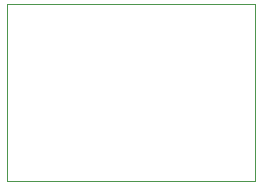
<source format=gbr>
%TF.GenerationSoftware,KiCad,Pcbnew,(5.1.8-0-10_14)*%
%TF.CreationDate,2020-11-19T20:53:49+01:00*%
%TF.ProjectId,Tank_Sender,54616e6b-5f53-4656-9e64-65722e6b6963,rev?*%
%TF.SameCoordinates,Original*%
%TF.FileFunction,Profile,NP*%
%FSLAX46Y46*%
G04 Gerber Fmt 4.6, Leading zero omitted, Abs format (unit mm)*
G04 Created by KiCad (PCBNEW (5.1.8-0-10_14)) date 2020-11-19 20:53:49*
%MOMM*%
%LPD*%
G01*
G04 APERTURE LIST*
%TA.AperFunction,Profile*%
%ADD10C,0.050000*%
%TD*%
G04 APERTURE END LIST*
D10*
X119000000Y-76000000D02*
X119000000Y-91000000D01*
X140000000Y-76000000D02*
X119000000Y-76000000D01*
X140000000Y-91000000D02*
X140000000Y-76000000D01*
X119000000Y-91000000D02*
X140000000Y-91000000D01*
M02*

</source>
